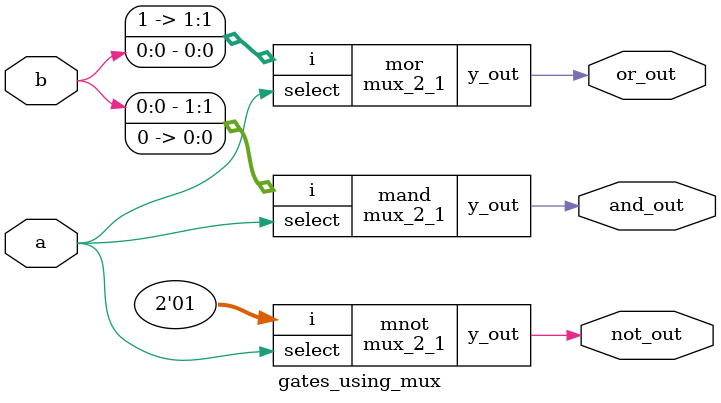
<source format=v>
`timescale 1ns / 1ps

module mux_2_1(
    input [1:0] i,
    input select,
    output y_out    
    );
    assign y_out= select ? i[1] : i[0];
endmodule


module gates_using_mux(
    input a,b,
    output and_out,
    output or_out,
    output not_out
    );

    mux_2_1 mand({b, 1'b0}, a, and_out);

    mux_2_1 mor({1'b1, b}, a, or_out);

    mux_2_1 mnot({1'b0, 1'b1}, a, not_out);    
    
endmodule
</source>
